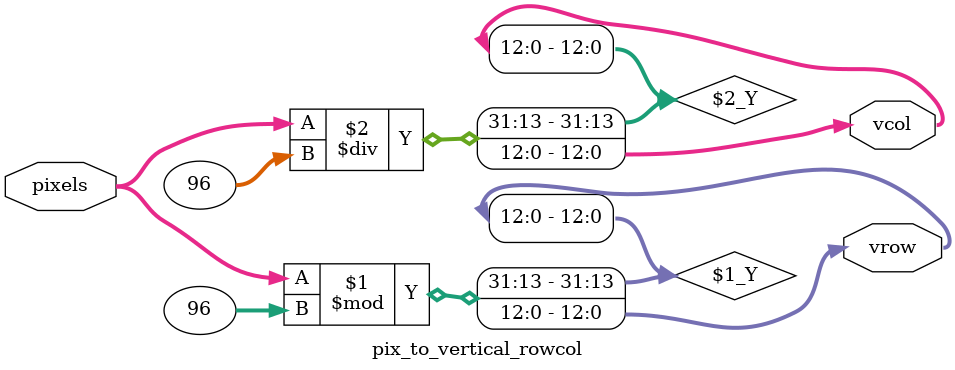
<source format=v>
`timescale 1ns / 1ps

//64 rows, 96 columns
//first row / col is numbered 0
//pixels: 0 to 6143
//ROWS WORK!

module pix_to_vertical_rowcol(input [12:0] pixels, output [12:0] vrow, vcol); //Vertical
//no. of full rows above 
assign vrow = pixels % 96;
assign vcol = pixels / 96;

endmodule
</source>
